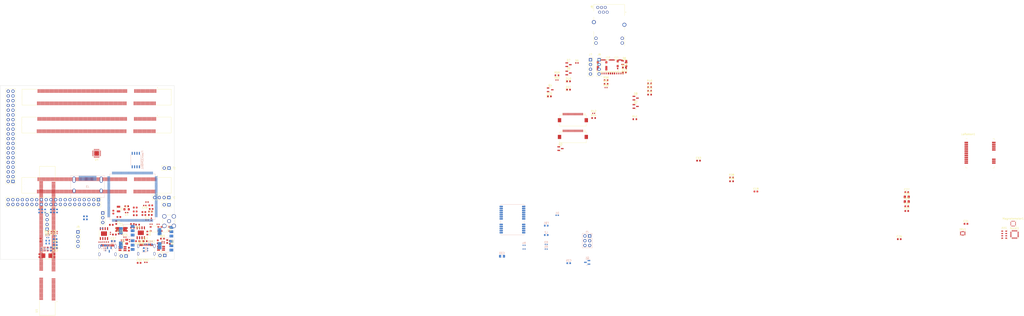
<source format=kicad_pcb>
(kicad_pcb (version 20221018) (generator pcbnew)
  (layers (0 "F.Cu" signal) (31 "B.Cu" signal) (34 "B.Paste" user) (35 "F.Paste" user) (36 "B.SilkS" user "B.Silkscreen") (37 "F.SilkS" user "F.Silkscreen") (38 "B.Mask" user) (39 "F.Mask" user) (44 "Edge.Cuts" user))
  (net 0 "")
  (net 1 "1CAM1_IO0")
  (net 2 "+1V8")
  (net 3 "Net-(1.8vReg1-VI)")
  (net 4 "VCC")
  (net 5 "Net-(1.8vReg2-VI)")
  (net 12 "CS1")
  (net 13 "SDI")
  (net 14 "Net-(Accel1-REGOUT)")
  (net 16 "+3V3")
  (net 22 "Net-(Accel1-CPOUT)")
  (net 25 "SCK")
  (net 26 "SDO")
  (net 27 "CS2")
  (net 28 "Net-(PowerMosfet1-S2)")
  (net 29 "Net-(PowerMosfet2-S2)")
  (net 30 "Net-(BATCharge1-Prog)")
  (net 31 "Vbus")
  (net 32 "Net-(BATCharge1-~{STDBY})")
  (net 33 "Net-(BATCharge1-~{CHRG})")
  (net 34 "Net-(BATCharge2-Prog)")
  (net 35 "+5V")
  (net 36 "Net-(BATCharge2-~{STDBY})")
  (net 37 "Net-(BATCharge2-~{CHRG})")
  (net 39 "Net-(BatProt1-Cout)")
  (net 40 "Net-(BatProt1-Dout)")
  (net 41 "Net-(BatProt1-BAT)")
  (net 42 "Net-(BatProt1-V-)")
  (net 44 "Net-(BatProt2-Cout)")
  (net 45 "Net-(BatProt2-Dout)")
  (net 46 "Net-(BatProt2-BAT)")
  (net 47 "Net-(BatProt2-V-)")
  (net 48 "Net-(MainMCU1-PC15)")
  (net 49 "Net-(MainMCU1-PH0)")
  (net 50 "Net-(MainMCU1-PC14)")
  (net 51 "Net-(MainMCU1-PH1)")
  (net 52 "Net-(C5-Pad2)")
  (net 53 "Net-(C6-Pad2)")
  (net 54 "Net-(MainMCU1-VDD33_USB)")
  (net 55 "Net-(MainMCU1-VDD50_USB)")
  (net 56 "Net-(MainMCU1-VCAPDSI)")
  (net 57 "Net-(GPS1-VCC)")
  (net 58 "+3.3V")
  (net 59 "+3.3VA")
  (net 60 "Net-(D10-K)")
  (net 61 "D+")
  (net 62 "D-")
  (net 63 "USB_D_P")
  (net 64 "USB_D_N")
  (net 66 "Net-(GPS1-TIMEPULSE)")
  (net 71 "GPSrst")
  (net 72 "Net-(GPS1-VCC_RF)")
  (net 73 "Net-(GPS1-RF_IN)")
  (net 78 "CS4")
  (net 84 "CS3")
  (net 85 "VDDSMPS")
  (net 86 "Net-(J1-Pin_2)")
  (net 87 "Net-(J2-Pin_2)")
  (net 88 "CS0")
  (net 89 "VDDA")
  (net 90 "Net-(MainMCU1-VLXSMPS)")
  (net 94 "u1Rx")
  (net 95 "u1Tx")
  (net 105 "SCL")
  (net 113 "DRDY")
  (net 114 "SDA")
  (net 117 "U1_TX")
  (net 118 "U1_RX")
  (net 119 "Net-(MainMCU1-VBAT)")
  (net 121 "MDC")
  (net 123 "REFCLK")
  (net 124 "MDIO")
  (net 129 "CRSDV")
  (net 130 "RXD1")
  (net 131 "RXD0")
  (net 133 "U2_RX")
  (net 136 "U2_TX")
  (net 137 "U0_RX")
  (net 140 "FIO_clk")
  (net 141 "U0_TX")
  (net 145 "~{Reset}")
  (net 146 "TXD0")
  (net 147 "TXD1")
  (net 148 "FIO0")
  (net 149 "FIO1")
  (net 150 "FIO2")
  (net 151 "FIO3")
  (net 152 "FIO_NCS")
  (net 153 "Net-(U2-USB_OTGID)")
  (net 154 "Net-(U3-USB_OTGID)")
  (net 155 "Net-(U5-USB_OTGID)")
  (net 169 "Sodimm_PIO33")
  (net 170 "Sodimm_PIO35")
  (net 171 "Sodimm_PIO37")
  (net 172 "Sodimm_PIO39")
  (net 173 "Sodimm_PIO43")
  (net 174 "PC_TX")
  (net 175 "PC_RX")
  (net 176 "SDMMC1_D0")
  (net 181 "SDMMC1_CK")
  (net 184 "SDMMC1_CMD")
  (net 190 "Sodimm_PIO45")
  (net 191 "E_PIO0")
  (net 194 "E_PIO1")
  (net 195 "E_PIO2")
  (net 200 "Net-(MainMCU1-BOOT0)")
  (net 203 "E_PIO3")
  (net 204 "E_PIO4")
  (net 209 "is_Charg")
  (net 210 "Net-(USB_C_ESP1-CC1)")
  (net 211 "Net-(USB_C_ESP1-CC2)")
  (net 212 "E_PIO5")
  (net 213 "E_PIO6")
  (net 214 "E_PIO7")
  (net 215 "E_PIO8")
  (net 216 "E_PIO9")
  (net 217 "/TX_P")
  (net 218 "/LED2")
  (net 219 "/TX_N")
  (net 220 "/RX_P")
  (net 221 "/RX_N")
  (net 222 "HDMI_SCL")
  (net 223 "HDMI_SDA")
  (net 224 "is_Charg1")
  (net 225 "Net-(C4-Pad2)")
  (net 227 "GPIO0")
  (net 228 "E_PIO10")
  (net 229 "GPIO1")
  (net 230 "E_PIO11")
  (net 231 "GPIO2")
  (net 232 "E_PIO12")
  (net 233 "GPIO3")
  (net 234 "E_PIO13")
  (net 235 "GPIO4")
  (net 236 "E_PIO14")
  (net 237 "GPIO5")
  (net 238 "E_PIO18")
  (net 239 "GPIO6")
  (net 240 "E_PIO15")
  (net 241 "GPIO7")
  (net 242 "E_PIO19")
  (net 243 "GPIO8")
  (net 244 "CD1_SDA")
  (net 245 "GPIO9")
  (net 246 "CD1_SCL")
  (net 247 "GPIO10")
  (net 248 "CAM1_IO1")
  (net 249 "GPIO11")
  (net 250 "CAM1_IO0")
  (net 251 "E_PIO16")
  (net 252 "E_PIO20")
  (net 253 "E_PIO17")
  (net 254 "Net-(J7-Pin_2)")
  (net 255 "GPIO12")
  (net 257 "GPIO13")
  (net 263 "GPIO16")
  (net 265 "GPIO17")
  (net 267 "GPIO18")
  (net 269 "GPIO19")
  (net 270 "1CD1_SDA")
  (net 271 "GPIO20")
  (net 272 "GPIO21")
  (net 273 "GPIO22")
  (net 274 "1CD1_SCL")
  (net 275 "GPIO23")
  (net 276 "1CAM1_IO1")
  (net 277 "GPIO24")
  (net 278 "GPIO25")
  (net 279 "GPIO26")
  (net 280 "GPIO27")
  (net 293 "HDMI_CLK_N")
  (net 295 "HDMI_CLK_P")
  (net 297 "HDMI_D0_N")
  (net 299 "HDMI_D0_P")
  (net 301 "HDMI_D1_N")
  (net 302 "HDMI_D1_P")
  (net 305 "HDMI_D2_N")
  (net 307 "HDMI_D2_P")
  (net 309 "CAM1_D3_P")
  (net 311 "CAM1_D3_N")
  (net 313 "CAM1_D2_P")
  (net 315 "CAM1_D2_N")
  (net 317 "CAM1_C_P")
  (net 319 "CAM1_C_N")
  (net 321 "CAM1_D1_P")
  (net 323 "CAM1_D1_N")
  (net 326 "CAM1_D0_P")
  (net 328 "CAM1_D0_N")
  (net 331 "1CAM1_D3_P")
  (net 332 "1CAM1_D3_N")
  (net 333 "1CAM1_D2_P")
  (net 334 "HDMI_CEC")
  (net 335 "1CAM1_D2_N")
  (net 336 "1CAM1_C_P")
  (net 337 "1CAM1_C_N")
  (net 339 "1CAM1_D1_P")
  (net 340 "1CAM1_D1_N")
  (net 341 "1CAM1_D0_P")
  (net 342 "1CAM1_D0_N")
  (net 345 "Net-(J9-Pin_2)")
  (net 349 "Net-(C20-Pad2)")
  (net 350 "Net-(D3-K)")
  (net 406 "Net-(BT1-+)")
  (net 407 "VBus")
  (net 408 "Net-(D13-K)")
  (net 409 "Net-(D14-K)")
  (net 410 "FlVCC")
  (net 411 "+BATT")
  (net 412 "Net-(U4-XTAL1{slash}CLKIN)")
  (net 413 "GPIO14")
  (net 414 "GPIO15")
  (net 415 "Net-(U4-XTAL2)")
  (net 416 "EMMC_EN_N_1V8")
  (net 417 "Net-(D15-K)")
  (net 418 "Net-(D15-A)")
  (net 419 "1EMMC_EN_N_1V8")
  (net 420 "/LED1")
  (net 421 "/TXEN")
  (net 422 "Sodimm_PIO32")
  (net 423 "Sodimm_PIO34")
  (net 424 "Sodimm_PIO36")
  (net 425 "Sodimm_PIO38")
  (net 426 "Sodimm_PIO40")
  (net 427 "Sodimm_PIO41")
  (net 428 "Sodimm_PIO42")
  (net 429 "Sodimm_PIO44")
  (net 430 "/~{RST}")
  (net 431 "USART1_RX")
  (net 432 "SWDIO")
  (net 433 "USART1_TX")
  (net 434 "SWclk")
  (net 435 "Net-(U4-VDDCR)")
  (net 436 "Net-(J8-RCT)")
  (net 437 "Net-(C49-Pad1)")
  (net 439 "Net-(D9-common)")
  (net 440 "Net-(D11-K)")
  (net 441 "Net-(D12-K)")
  (net 442 "Net-(D13-A)")
  (net 443 "Net-(D14-A)")
  (net 444 "Net-(J1-Pin_1)")
  (net 445 "Net-(J1-Pin_3)")
  (net 446 "Net-(J1-Pin_4)")
  (net 448 "Net-(J5-Pin_2)")
  (net 449 "Net-(J6-Pin_2)")
  (net 450 "Net-(J8-Pad13)")
  (net 451 "Net-(J8-Pad16)")
  (net 452 "Net-(J10-DAT2)")
  (net 453 "Net-(J10-CD{slash}DAT3)")
  (net 454 "Net-(J10-DAT1)")
  (net 457 "Net-(Q1-D)")
  (net 458 "Net-(Q4-B)")
  (net 459 "Net-(USB_C_ESP2-CC1)")
  (net 460 "Net-(USB_C_ESP2-CC2)")
  (net 461 "Net-(U1-USB_OTGID)")
  (net 462 "Net-(U4-RXER{slash}PHYAD0)")
  (net 463 "Net-(U4-RXD0{slash}MODE0)")
  (net 464 "Net-(U4-RXD1{slash}MODE1)")
  (net 465 "Net-(U4-CRS_DV{slash}MODE2)")
  (net 466 "Net-(U4-~{INT}{slash}REFCLKO)")
  (net 467 "Net-(U4-RBIAS)")
  (net 525 "HDMI_HPD_N_1V8")
  (footprint "Capacitor_SMD:C_0603_1608Metric" (layer "F.Cu") (at 163.45 112.1)
    (fp_text reference "C23")
    (fp_text value "100n")
  )
  (footprint "Connector_PinSocket_2.54mm:PinSocket_1x04_P2.54mm_Vertical" (layer "F.Cu") (at 140.9 111.155)
    (fp_text reference "J5")
    (fp_text value "Conn_01x04_Pin")
  )
  (footprint "Y!:Ethernet" (layer "F.Cu") (at 424.6575 0.3)
    (fp_text reference "J8")
    (fp_text value "L834-1G1T-91")
  )
  (footprint "Resistor_SMD:R_0603_1608Metric" (layer "F.Cu") (at 423.03 29.95)
    (fp_text reference "R56")
    (fp_text value "10K")
  )
  (footprint "Resistor_SMD:R_0603_1608Metric" (layer "F.Cu") (at 128.8 116.6 180)
    (fp_text reference "R23" hide)
    (fp_text value "100K" hide)
  )
  (footprint "sodimm:TE_2040910-1" (layer "F.Cu") (at 150.795 53.965 180)
    (fp_text reference "U5" hide)
    (fp_text value "~" hide)
  )
  (footprint "Connector_Coaxial:SMA_Amphenol_901-144_Vertical" (layer "F.Cu") (at 189.575 105.375 180)
    (fp_text reference "J12")
    (fp_text value "Conn_Coaxial")
  )
  (footprint "Package_DFN_QFN:HVQFN-24-1EP_4x4mm_P0.5mm_EP2.5x2.5mm" (layer "F.Cu") (at 150.845 69.115 180)
    (fp_text reference "U4")
    (fp_text value "LAN8742A")
  )
  (footprint "Capacitor_SMD:C_0603_1608Metric" (layer "F.Cu") (at 124.75 120.325 90)
    (fp_text reference "C45" hide)
    (fp_text value "0.022u" hide)
  )
  (footprint "Package_TO_SOT_SMD:SOT-23" (layer "F.Cu") (at 402.97 26.12)
    (fp_text reference "D9")
    (fp_text value "BAV99")
  )
  (footprint "Connector_USB:USB_C_Receptacle_G-Switch_GT-USB-7010ASV" (layer "F.Cu") (at 156.66 122.04)
    (fp_text reference "USB_C_ESP1" hide)
    (fp_text value "USB_C" hide)
  )
  (footprint "Package_LGA:LGA-8_3x5mm_P1.25mm" (layer "F.Cu") (at 635.73 112.6075)
    (fp_text reference "Alt1")
    (fp_text value "MS5611-01BA")
  )
  (footprint "Resistor_SMD:R_0402_1005Metric" (layer "F.Cu") (at 423.03 33.93)
    (fp_text reference "R58")
    (fp_text value "10")
  )
  (footprint "Capacitor_SMD:C_0603_1608Metric" (layer "F.Cu") (at 183.525 116.425 -90)
    (fp_text reference "C52" hide)
    (fp_text value "100n" hide)
  )
  (footprint "Package_TO_SOT_SMD:SOT-23" (layer "F.Cu") (at 438.8375 39.56)
    (fp_text reference "D8")
    (fp_text value "BAV99")
  )
  (footprint "Capacitor_SMD:C_0603_1608Metric" (layer "F.Cu") (at 583.66 89.9075)
    (fp_text reference "C27")
    (fp_text value "10p")
  )
  (footprint "Package_TO_SOT_SMD:SOT-23-3" (layer "F.Cu") (at 393.17 35.1)
    (fp_text reference "Q4")
    (fp_text value "BCV27")
  )
  (footprint "Resistor_SMD:R_0603_1608Metric" (layer "F.Cu") (at 177.975 111.75 -90)
    (fp_text reference "R49")
    (fp_text value "220R")
  )
  (footprint "Resistor_SMD:R_0603_1608Metric" (layer "F.Cu") (at 423.03 31.94)
    (fp_text reference "R57")
    (fp_text value "10K")
  )
  (footprint "Resistor_SMD:R_0402_1005Metric" (layer "F.Cu") (at 416.3875 47.7)
    (fp_text reference "R42")
    (fp_text value "2.2k")
  )
  (footprint "Resistor_SMD:R_0402_1005Metric" (layer "F.Cu") (at 396.79 29.87)
    (fp_text reference "R60")
    (fp_text value "2.2k")
  )
  (footprint "Resistor_SMD:R_0402_1005Metric" (layer "F.Cu") (at 125.05 111.425 90)
    (fp_text reference "R20")
    (fp_text value "2.2k")
  )
  (footprint "Resistor_SMD:R_0402_1005Metric" (layer "F.Cu") (at 154.7 116.55)
    (fp_text reference "R8" hide)
    (fp_text value "2.2k" hide)
  )
  (footprint "Resistor_SMD:R_0402_1005Metric" (layer "F.Cu") (at 128.8 118.2 180)
    (fp_text reference "R21")
    (fp_text value "2.2k")
  )
  (footprint "Capacitor_SMD:C_0603_1608Metric" (layer "F.Cu") (at 503.0775 89.51)
    (fp_text reference "C18")
    (fp_text value "100n")
  )
  (footprint "Connector_PinSocket_2.54mm:PinSocket_1x02_P2.54mm_Vertical" (layer "F.Cu") (at 189.54 77 -90)
    (fp_text reference "J2")
    (fp_text value "Conn_01x02_Pin")
  )
  (footprint "Resistor_SMD:R_0603_1608Metric" (layer "F.Cu") (at 396.79 27.36)
    (fp_text reference "R59")
    (fp_text value "10K")
  )
  (footprint "Capacitor_SMD:C_0603_1608Metric" (layer "F.Cu") (at 171.45 100.2)
    (fp_text reference "C14" hide)
    (fp_text value "100n" hide)
  )
  (footprint "Capacitor_SMD:C_0603_1608Metric" (layer "F.Cu") (at 179.8125 96.95 180)
    (fp_text reference "C11" hide)
    (fp_text value "100n" hide)
  )
  (footprint "Capacitor_SMD:C_0603_1608Metric" (layer "F.Cu") (at 179.55 102.05 180)
    (fp_text reference "C9" hide)
    (fp_text value "100n" hide)
  )
  (footprint "Capacitor_SMD:C_0603_1608Metric" (layer "F.Cu") (at 472.4225 73.02)
    (fp_text reference "C53")
    (fp_text value "100n")
  )
  (footprint "Package_TO_SOT_SMD:SOT-23" (layer "F.Cu") (at 432.82 20.59)
    (fp_text reference "D6")
    (fp_text value "BAV99")
  )
  (footprint "Resistor_SMD:R_0402_1005Metric" (layer "F.Cu") (at 179.975 107 180)
    (fp_text reference "R1" hide)
    (fp_text value "2.2k" hide)
  )
  (footprint "Capacitor_SMD:C_0603_1608Metric" (layer "F.Cu") (at 170.025 108.85 180)
    (fp_text reference "C20" hide)
    (fp_text value "4.7uF" hide)
  )
  (footprint "Capacitor_SMD:C_0603_1608Metric" (layer "F.Cu") (at 161.25 109.89 -90)
    (fp_text reference "C3" hide)
    (fp_text value "4.7uF" hide)
  )
  (footprint "Capacitor_SMD:C_0603_1608Metric" (layer "F.Cu") (at 167 109.84 -90)
    (fp_text reference "C1" hide)
    (fp_text value "20pF" hide)
  )
  (footprint "Capacitor_SMD:C_0603_1608Metric" (layer "F.Cu") (at 615.29 106.8175)
    (fp_text reference "C31")
    (fp_text value "100n")
  )
  (footprint "Capacitor_SMD:C_0402_1005Metric_Pad0.74x0.62mm_HandSolder" (layer "F.Cu") (at 177.17 127.44)
    (fp_text reference "C54")
    (fp_text value "2.2nF")
  )
  (footprint "Resistor_SMD:R_0603_1608Metric" (layer "F.Cu") (at 416.3875 50.21)
    (fp_text reference "R44")
    (fp_text value "49.9R")
  )
  (footprint "Sensor_Motion:InvenSense_QFN-24_4x4mm_P0.5mm" (layer "F.Cu") (at 641.23 112.5075)
    (fp_text reference "Accel1")
    (fp_text value "MPU-6050")
  )
  (footprint "Capacitor_SMD:C_0603_1608Metric" (layer "F.Cu") (at 166.9375 97.4 180)
    (fp_text reference "C16" hide)
    (fp_text value "100n" hide)
  )
  (footprint "Package_TO_SOT_SMD:SOT-23-6_Handsoldering" (layer "F.Cu") (at 164.715 120.05 180)
    (fp_text reference "PowerMosfet1" hide)
    (fp_text value "FS8205A" hide)
  )
  (footprint "Capacitor_SMD:C_0603_1608Metric" (layer "F.Cu") (at 128.3 123.8 -90)
    (fp_text reference "C38" hide)
    (fp_text value "100n" hide)
  )
  (footprint "LED_SMD:LED_0603_1608Metric" (layer "F.Cu") (at 402.97 35.02)
    (fp_text reference "D11")
    (fp_text value "led")
  )
  (footprint "Crystal:Crystal_SMD_3215-2Pin_3.2x1.5mm" (layer "F.Cu") (at 162.5625 98.9 -90)
    (fp_text reference "Y2")
    (fp_text value "32.768K")
  )
  (footprint "Inductor_SMD:L_0603_1608Metric" (layer "F.Cu") (at 120.9 115.45 90)
    (fp_text reference "L4" hide)
    (fp_text value "27nH" hide)
  )
  (footprint "Button_Switch_SMD:SW_SPST_PTS810" (layer "F.Cu") (at 181.8 109.55)
    (fp_text reference "SW1" hide)
    (fp_text value "SW_Push" hide)
  )
  (footprint "Capacitor_SMD:C_0603_1608Metric" (layer "F.Cu") (at 160.35 112.55)
    (fp_text reference "C19" hide)
    (fp_text value "100n" hide)
  )
  (footprint "Capacitor_SMD:C_0603_1608Metric" (layer "F.Cu") (at 176.125 102.1)
    (fp_text reference "C21" hide)
    (fp_text value "100n" hide)
  )
  (footprint "LED_SMD:LED_0603_1608Metric" (layer "F.Cu") (at 432.82 23.18)
    (fp_text reference "D13")
    (fp_text value "GREEN LED")
  )
  (footprint "Capacitor_SMD:C_0402_1005Metric_Pad0.74x0.62mm_HandSolder" (layer "F.Cu") (at 166.9125 100.8 180)
    (fp_text reference "C4")
    (fp_text value "2.2uF")
  )
  (footprint "Resistor_SMD:R_0603_1608Metric" (layer "F.Cu") (at 172.765 107.25 180)
    (fp_text reference "R50")
    (fp_text value "220R")
  )
  (footprint "Capacitor_SMD:C_0603_1608Metric" (layer "F.Cu") (at 583.66 97.4375)
    (fp_text reference "C30")
    (fp_text value "100n")
  )
  (footprint "Capacitor_SMD:C_0603_1608Metric" (layer "F.Cu") (at 120.3 123.825 -90)
    (fp_text reference "C39" hide)
    (fp_text value "470p" hide)
  )
  (footprint "Capacitor_SMD:C_0603_1608Metric" (layer "F.Cu") (at 188.575 116.275 90)
    (fp_text reference "C51" hide)
    (fp_text value "100n" hide)
  )
  (footprint "Connector_USB:USB_C_Receptacle_G-Switch_GT-USB-7010ASV" (layer "F.Cu") (at 177.4 121.75)
    (fp_text reference "USB_C_ESP2")
    (fp_text value "USB_C")
  )
  (footprint "Package_LGA:LGA-16_3x3mm_P0.5mm" (layer "F.Cu") (at 640.49 106.7175)
    (fp_text reference "Magnetometer1")
    (fp_text value "IST8308")
  )
  (footprint "Capacitor_SMD:C_0603_1608Metric" (layer "F.Cu") (at 162.7625 103.15 180)
    (fp_text reference "C2" hide)
    (fp_text value "20pF" hide)
  )
  (footprint "Resistor_SMD:R_0603_1608Metric" (layer "F.Cu") (at 490.0625 84.05)
    (fp_text reference "R39")
    (fp_text value "10K")
  )
  (footprint "Capacitor_SMD:C_0402_1005Metric_Pad0.74x0.62mm_HandSolder" (layer "F.Cu") (at 180.1 104.4 90)
    (fp_text reference "C6" hide)
    (fp_text value "2.2uF" hide)
  )
  (footprint "Connector_PinSocket_2.54mm:PinSocket_1x04_P2.54mm_Vertical" (layer "F.Cu") (at 124.4 109.678285 180)
    (fp_text reference "J6")
    (fp_text value "Conn_01x04_Pin")
  )
  (footprint "Resistor_SMD:R_0603_1608Metric" (layer "F.Cu") (at 438.3975 50.84)
    (fp_text reference "R41")
    (fp_text value "1K5")
  )
  (footprint "Inductor_SMD:L_0805_2012Metric_Pad1.05x1.20mm_HandSolder" (layer "F.Cu") (at 166.9 99.05)
    (fp_text reference "L1")
    (fp_text value "2.2uH")
  )
  (footprint "Resistor_SMD:R_0603_1608Metric_Pad0.98x0.95mm_HandSolder" (layer "F.Cu") (at 128.775 119.8 180)
    (fp_text reference "R22")
    (fp_text value "330")
  )
  (footprint "LED_SMD:LED_0603_1608Metric" (layer "F.Cu") (at 402.97 30.57)
    (fp_text reference "D10")
    (fp_text value "led")
  )
  (footprint "Package_SON:WSON-6_1.5x1.5mm_P0.5mm" (layer "F.Cu") (at 186.39 116.72)
    (fp_text reference "BatProt2" hide)
    (fp_text value "BQ297xy" hide)
  )
  (footprint "Resistor_SMD:R_0402_1005Metric" (layer "F.Cu") (at 168.45 115.85 -90)
    (fp_text reference "R14" hide)
    (fp_text value "2.2k" hide)
  )
  (footprint "Capacitor_SMD:C_0603_1608Metric" (layer "F.Cu") (at 176.125 100.51)
    (fp_text reference "C22" hide)
    (fp_text value "100n" hide)
  )
  (footprint "Diode_SMD:D_0402_1005Metric_Pad0.77x0.64mm_HandSolder" (layer "F.Cu") (at 407.46 20.74)
    (fp_text reference "D5")
    (fp_text value "0402ESDA-MLP1")
  )
  (footprint "Button_Switch_SMD:SW_SPST_PTS810" (layer "F.Cu") (at 187.625 109.575 180)
    (fp_text reference "SW2" hide)
    (fp_text value "SW_Push" hide)
  )
  (footprint "Connector_PinSocket_2.54mm:PinSocket_1x04_P2.54mm_Vertical" (layer "F.Cu") (at 414.7 19.03)
    (fp_text reference "J7")
    (fp_text value "Conn_01x04_Pin")
  )
  (footprint "Capacitor_SMD:C_0603_1608Metric" (layer "F.Cu") (at 159.75 116.05)
    (fp_text reference "C37")
    (fp_text value "10u")
  )
  (footprint "Resistor_SMD:R_0402_1005Metric" (layer "F.Cu") (at 156.7 116.55)
    (fp_text reference "R7" hide)
    (fp_text value "2.2k" hide)
  )
  (footprint "Capacitor_SMD:C_0603_1608Metric" (layer "F.Cu") (at 123.09 120.325 90)
    (fp_text reference "C43" hide)
    (fp_text value "10u" hide)
  )
  (footprint "Capacitor_SMD:C_0603_1608Metric" (layer "F.Cu") (at 159.8 100.55 -90)
    (fp_text reference "C17" hide)
    (fp_text value "100n" hide)
  )
  (footprint "Package_SO:HTSOP-8-1EP_3.9x4.9mm_P1.27mm_EP2.4x3.2mm" (layer "F.Cu") (at 174.475 111.6 90)
    (fp_text reference "BATCharge2" hide)
    (fp_text value "TP4056" hide)
  )
  (footprint "Package_LGA:LGA-14_3x2.5mm_P0.5mm_LayoutBorder3x4y" (layer "F.Cu") (at 613.56 111.9175)
    (fp_text reference "IMU1")
    (fp_text value "LSM6DSO32TR")
  )
  (footprint "RF_Module:RAK4200" (layer "F.Cu") (at 622.81 69.0175)
    (fp_text reference "LoRaWan1")
    (fp_text value "RAK4200")
  )
  (footprint "Capacitor_SMD:C_0402_1005Metric_Pad0.74x0.62mm_HandSolder" (layer "F.Cu") (at 177.825 104.75)
    (fp_text reference "C7")
    (fp_text value "2.2uF")
  )
  (footprint "Resistor_SMD:R_0402_1005Metric" (layer "F.Cu") (at 128.2 111.425 90)
    (fp_text reference "R17")
    (fp_text value "2.2k")
  )
  (footprint "Y!:Hirose_FH12-22S-0.5SH_1x22-1MP_P0.50mm_Horizontal" (layer "F.Cu") (at 405.3075 58.92)
    (fp_text reference "P2")
    (fp_text value "CAM1")
  )
  (footprint "Capacitor_SMD:C_0402_1005Metric_Pad0.74x0.62mm_HandSolder" (layer "F.Cu") (at 177.795 95.15 180)
    (fp_text reference "C5" hide)
    (fp_text value "2.2uF" hide)
  )
  (footprint "Resistor_SMD:R_0402_1005Metric" (layer "F.Cu") (at 129.75 111.425 90)
    (fp_text reference "R18")
    (fp_text value "2.2k")
  )
  (footprint "Connector_PinHeader_2.54mm:PinHeader_1x02_P2.54mm_Vertical" (layer "F.Cu") (at 166.59 124.05 -90)
    (fp_text reference "BAT1" hide)
    (fp_text value "DW02S" hide)
  )
  (footprint "Crystal:Crystal_SMD_5032-2Pin_5.0x3.2mm" (layer "F.Cu") (at 124.3 123.85 180)
    (fp_text reference "Y3" hide)
    (fp_text value "25M" hide)
  )
  (footprint "Capacitor_SMD:C_0603_1608Metric" (layer "F.Cu") (at 173.56 127.71)
    (fp_text reference "C55")
    (fp_text value "100n")
  )
  (footprint "Connector_PinHeader_2.54mm:PinHeader_2x20_P2.54mm_Vertical" (layer "F.Cu") (at 151.86 93.9 -90)
    (fp_text reference "P4" hide)
    (fp_text value "CONN_02X20" hide)
  )
  (footprint "Package_SON:WSON-6_1.5x1.5mm_P0.5mm" (layer "F.Cu") (at 164.7 115.88)
    (fp_text reference "BatProt1" hide)
    (fp_text value "BQ297xy" hide)
  )
  (footprint "Connector_PinSocket_2.54mm:PinSocket_1x04_P2.54mm_Vertical" (layer "F.Cu") (at 419.3 19.03)
    (fp_text reference "J9")
    (fp_text value "Conn_01x04_Pin")
  )
  (footprint "Capacitor_SMD:C_0603_1608Metric" (layer "F.Cu") (at 170 106.95 180)
    (fp_text reference "C12" hide)
    (fp_text value "100n" hide)
  )
  (footprint "Y!:105162-0001 SD" (layer "F.Cu") (at 428.5 19.03)
    (fp_text reference "J11")
    (fp_text value "Y!:105162-0001 SD")
  )
  (footprint "Capacitor_SMD:C_0603_1608Metric" (layer "F.Cu") (at 158.725 107.35)
    (fp_text reference "C8" hide)
    (fp_text value "100n" hide)
  )
  (footprint "Resistor_SMD:R_0402_1005Metric" (layer "F.Cu") (at 126.62 111.425 90)
    (fp_text reference "R19")
    (fp_text value "2.2k")
  )
  (footprint "Resistor_SMD:R_0402_1005Metric" (layer "F.Cu") (at 128.8 115 180)
    (fp_text reference "R24")
    (fp_text value "2.2k")
  )
  (footprint "Resistor_SMD:R_0603_1608Metric" (layer "F.Cu") (at 446.2875 31.71)
    (fp_text reference "R40")
    (fp_text value "10K")
  )
  (footprint "Resistor_SMD:R_0402_1005Metric" (layer "F.Cu") (at 158.25 111.9 -90)
    (fp_text reference "R9" hide)
    (fp_text value "2.2k" hide)
  )
  (footprint "Package_SO:HTSOP-8-1EP_3.9x4.9mm_P1.27mm_EP2.4x3.2mm" (layer "F.Cu") (at 154.8 112.05 90)
    (fp_text reference "BATCharge1" hide)
    (fp_text value "TP4056" hide)
  )
  (footprint "Connector_PinSocket_2.54mm:PinSocket_1x03_P2.54mm_Vertical" (layer "F.Cu") (at 154.15 101.01)
    (fp_text reference "SW3" hide)
    (fp_text value "SW_Push_SPDT" hide)
  )
  (footprint "Capacitor_SMD:C_0402_1005Metric_Pad0.74x0.62mm_HandSolder" (layer "F.Cu") (at 176.575 97 180)
    (fp_text reference "C49")
    (fp_text value "10nF")
  )
  (footprint "Y!:Hirose_FH12-22S-0.5SH_1x22-1MP_P0.50mm_Horizontal" (layer "F.Cu") (at 405.3075 49.97)
    (fp_text reference "P1")
    (fp_text value "CAM1")
  )
  (footprint "Capacitor_SMD:C_0603_1608Metric" (layer "F.Cu") (at 126.34 120.325 90)
    (fp_text reference "C46" hide)
    (fp_text value "100n" hide)
  )
  (footprint "Resistor_SMD:R_0603_1608Metric" (layer "F.Cu") (at 176.815 116.1)
    (fp_text reference "R53")
    (fp_text value "10K")
  )
  (footprint "LED_SMD:LED_0603_1608Metric" (layer "F.Cu") (at 392.77 38.62)
    (fp_text reference "D15")
    (fp_text value "led")
  )
  (footprint "Resistor_SMD:R_0603_1608Metric" (layer "F.Cu") (at 172.735 116.1 180)
    (fp_text reference "R47")
    (fp_text value "49.9R")
  )
  (footprint "Connector_PinHeader_2.54mm:PinHeader_1x02_P2.54mm_Vertical" (layer "F.Cu") (at 187.275 123.75 -90)
    (fp_text reference "BAT2" hide)
    (fp_text value "DW02S" hide)
  )
  (footprint "Connector_PinSocket_2.54mm:PinSocket_1x02_P2.54mm_Vertical" (layer "F.Cu") (at 189.525 96.61 -90)
    (fp_text reference "BT1" hide)
    (fp_text value "Battery" hide)
  )
  (footprint "Capacitor_SMD:C_0603_1608Metric" (layer "F.Cu") (at 579.65 115.0075)
    (fp_text reference "C26")
    (fp_text value "10p")
  )
  (footprint "Connector_PinHeader_2.54mm:PinHeader_2x20_P2.54mm_Vertical" (layer "F.Cu") (at 106.19 84.1 180)
    (fp_text reference "P3" hide)
    (fp_text value "CONN_02X20" hide)
  )
  (footprint "Capacitor_SMD:C_0805_2012Metric_Pad1.18x1.45mm_HandSolder" (layer "F.Cu") (at 583.66 94.9275)
    (fp_text reference "C29")
    (fp_text value "22uF")
  )
  (footprint "Y!:105162-0001 SD" (layer "F.Cu") (at 423.9 19.03)
    (fp_text reference "J10")
    (fp_text value "105162-0001")
  )
  (footprint "Capacitor_SMD:C_0805_2012Metric_Pad1.18x1.45mm_HandSolder" (layer "F.Cu") (at 583.66 92.4175)
    (fp_text reference "C28")
    (fp_text value "22uF")
  )
  (footprint "sodimm:TE_2040910-1" (layer "F.Cu") (at 150.845 86.24 180)
    (fp_text reference "U3" hide)
    (fp_text value "~" hide)
  )
  (footprint "Capacitor_SMD:C_0603_1608Metric" (layer "F.Cu") (at 171.5 102.2)
    (fp_text reference "C15" hide)
    (fp_text value "100n" hide)
  )
  (footprint "Inductor_SMD:L_0603_1608Metric" (layer "F.Cu") (at 161.35 106.1 -90)
    (fp_text reference "L3")
    (fp_text value "ferrite")
  )
  (footprint "Package_TO_SOT_SMD:SOT-23" (layer "F.Cu") (at 438.8375 44.01)
    (fp_text reference "Q2")
    (fp_text value "2N7002P.215")
  )
  (footprint "Resistor_SMD:R_0603_1608Metric" (layer "F.Cu") (at 446.2875 35.69)
    (fp_text reference "R45")
    (fp_text value "10K")
  )
  (footprint "Resistor_SMD:R_0402_1005Metric" (layer "F.Cu") (at 183.725 107.05 180)
    (fp_text reference "R2" hide)
    (fp_text value "2.2k" hide)
  )
  (footprint "Capacitor_SMD:C_0603_1608Metric" (layer "F.Cu") (at 171.475 98.1)
    (fp_text reference "C13" hide)
    (fp_text value "100n" hide)
  )
  (footprint "Resistor_SMD:R_0402_1005Metric" (layer "F.Cu") (at 166 113.95)
    (fp_text reference "R15")
    (fp_text value "2.2k")
  )
  (footprint "Resistor_SMD:R_0603_1608Metric" (layer "F.Cu") (at 446.2875 33.7)
    (fp_text reference "R43")
    (fp_text value "12.1K 1%")
  )
  (footprint "Package_TO_SOT_SMD:SOT-23" (layer "F.Cu") (at 398.6775 66.57)
    (fp_text reference "Q3")
    (fp_text value "2N7002P.215")
  )
  (footprint "Package_TO_SOT_SMD:SOT-23-6_Handsoldering" (layer "F.Cu") (at 185.275 119.9 180)
    (fp_text reference "PowerMosfet2" hide)
    (fp_text value "FS8205A" hide)
  )
  (footprint "Resistor_SMD:R_0603_1608Metric" (layer "F.Cu") (at 186.025 114.75)
    (fp_text reference "R55")
    (fp_text value "10K")
  )
  (footprint "Resistor_SMD:R_0603_1608Metric" (layer "F.Cu") (at 189.975 116.725 -90)
    (fp_text reference "R54")
    (fp_text value "10K")
  )
  (footprint "LED_SMD:LED_0603_1608Metric" (layer "F.Cu") (at 432.82 25.77)
    (fp_text reference "D14")
    (fp_text value "GREEN LED")
  )
  (footprint "Connector_PinSocket_2.54mm:PinSocket_1x04_P2.54mm_Vertical" (layer "F.Cu") (at 189.475 92.76 -90)
    (fp_text reference "J1")
    (fp_text value "Conn_01x04_Pin")
  )
  (footprint "Resistor_SMD:R_0603_1608Metric" (layer "F.Cu") (at 174.775 116.1 180)
    (fp_text reference "R48")
    (fp_text value "49.9R")
  )
  (footprint "Resistor_SMD:R_0402_1005Metric" (layer "F.Cu") (at 152.69 116.6)
    (fp_text reference "R13" hide)
    (fp_text value "47k" hide)
  )
  (footprint "Capacitor_SMD:C_0603_1608Metric" (layer "F.Cu") (at 583.66 99.9475)
    (fp_text reference "C32")
    (fp_text value "10u")
  )
  (footprint "Capacitor_SMD:C_0603_1608Metric" (layer "F.Cu") (at 168.115 120.375 90)
    (fp_text reference "C35" hide)
    (fp_text value "10p" hide)
  )
  (footprint "Resistor_SMD:R_0603_1608Metric" (layer "F.Cu") (at 446.2875 37.68)
    (fp_text reference "R46")
    (fp_text value "49.9R")
  )
  (footprint "Capacitor_SMD:C_0805_2012Metric_Pad1.18x1.45mm_HandSolder" (layer "F.Cu") (at 166.95 116.35 90)
    (fp_text reference "C34")
    (fp_text value "22uF")
  )
  (footprint "Resistor_SMD:R_0603_1608Metric" (layer "F.Cu") (at 490.0625 82.06)
    (fp_text reference "R38")
    (fp_text value "10K")
  )
  (footprint "Package_TO_SOT_SMD:SOT-23" (layer "F.Cu") (at 402.97 21.67)
    (fp_text reference "D7")
    (fp_text value "BAV99")
  )
  (footprint "sodimm:TE_2040910-1" (layer "F.Cu") (at 150.9 39.05 180)
    (fp_text reference "U2" hide)
    (fp_text value "~" hide)
  )
  (footprint "Crystal:Crystal_SMD_5032-2Pin_5.0x3.2mm" (layer "F.Cu") (at 164.15 109.75)
    (fp_text reference "Y1")
    (fp_text value "8MHz")
  )
  (footprint "Capacitor_SMD:C_0603_1608Metric" (layer "F.Cu") (at 179.575 100.25 180)
    (fp_text reference "C10" hide)
    (fp_text value "100n" hide)
  )
  (footprint "Capacitor_SMD:C_0603_1608Metric" (layer "F.Cu") (at 180.0075 98.85 180)
    (fp_text reference "C24")
    (fp_text value "10u")
  )
  (footprint "sodimm:TE_2040910-1" (layer "F.Cu") (at 124.545 115.9375 90)
    (fp_text reference "U1")
    (fp_text value "~")
  )
  (footprint "Inductor_SMD:L_0603_1608Metric" (layer "B.Cu") (at 391.053334 107.79 180)
    (fp_text reference "FB1")
    (fp_text value "FerriteBead")
  )
  (footprint "Resistor_SMD:R_0603_1608Metric" (layer "B.Cu") (at 126.45 120.3 -90)
    (fp_text reference "R31" hide)
    (fp_text value "1K" hide)
  )
  (footprint "Resistor_SMD:R_0402_1005Metric" (layer "B.Cu") (at 391.053334 120.34 180)
    (fp_text reference "R5")
    (fp_text value "2.2k")
  )
  (footprint "Diode_SMD:D_0402_1005Metric_Pad0.77x0.64mm_HandSolder" (layer "B.Cu") (at 155.65 120.55 -90)
    (fp_text reference "D2" hide)
    (fp_text value "0402ESDA-MLP1" hide)
  )
  (footprint "Resistor_SMD:R_0603_1608Metric" (layer "B.Cu") (at 124.775 115.8 180)
    (fp_text reference "R30" hide)
    (fp_text value "100K" hide)
  )
  (footprint "Resistor_SMD:R_0402_1005Metric" (layer "B.Cu") (at 123.05 120.35 -90)
    (fp_text reference "R27")
    (fp_text value "47.5k")
  )
  (footprint "Resistor_SMD:R_0402_1005Metric" (layer "B.Cu") (at 153.4 109.25)
    (fp_text reference "R10" hide)
    (fp_text value "2.2k" hide)
  )
  (footprint "Capacitor_SMD:C_0603_1608Metric" (layer "B.Cu") (at 126.46 99.925 -90)
    (fp_text reference "C50" hide)
    (fp_text value "100n" hide)
  )
  (footprint "Resistor_SMD:R_0603_1608Metric" (layer "B.Cu") (at 124.775 117.35 180)
    (fp_text reference "R29" hide)
    (fp_text value "1K" hide)
  )
  (footprint "Resistor_SMD:R_0402_1005Metric" (layer "B.Cu") (at 379.233334 118.3 180)
    (fp_text reference "R4")
    (fp_text value "47k")
  )
  (footprint "Resistor_SMD:R_0402_1005Metric" (layer "B.Cu") (at 379.233334 120.29 180)
    (fp_text reference "R6" hide)
    (fp_text value "2.2k" hide)
  )
  (footprint "Capacitor_SMD:C_0603_1608Metric" (layer "B.Cu") (at 144.884 104.425 180)
    (fp_text reference "C48" hide)
    (fp_text value "100n" hide)
  )
  (footprint "Y!:HDMI_MOLEX_471510001" (layer "B.Cu") (at 146.05 82.421715 180)
    (fp_text reference "J3")
    (fp_text value "2001-1-2-21-00-BK")
  )
  (footprint "Package_SO:SOIC-8_5.23x5.23mm_P1.27mm" (layer "B.Cu") (at 171.8 72.7 90)
    (fp_text reference "Flash32MBit1")
    (fp_text value "IS25LP032D")
  )
  (footprint "Diode_SMD:D_0402_1005Metric_Pad0.77x0.64mm_HandSolder" (layer "B.Cu") (at 178.075 120.58 90)
    (fp_text reference "D4" hide)
    (fp_text value "0402ESDA-MLP1" hide)
  )
  (footprint "Resistor_SMD:R_0603_1608Metric" (layer "B.Cu") (at 129.7 99.925 -90)
    (fp_text reference "R33" hide)
    (fp_text value "10K" hide)
  )
  (footprint "Capacitor_SMD:C_0603_1608Metric" (layer "B.Cu") (at 128 118.95 90)
    (fp_text reference "C44" hide)
    (fp_text value "0.022u" hide)
  )
  (footprint "Resistor_SMD:R_0402_1005Metric" (layer "B.Cu") (at 128.775 113.25 180)
    (fp_text reference "R16")
    (fp_text value "2.2k")
  )
  (footprint "Resistor_SMD:R_0603_1608Metric" (layer "B.Cu") (at 179.635 117.85 180)
    (fp_text reference "R52")
    (fp_text value "10K")
  )
  (footprint "Diode_SMD:D_0402_1005Metric_Pad0.77x0.64mm_HandSolder" (layer "B.Cu") (at 396.925834 102.25 180)
    (fp_text reference "D1")
    (fp_text value "0402ESDA-MLP1")
  )
  (footprint "Capacitor_SMD:C_0603_1608Metric" (layer "B.Cu") (at 159.7375 116.05)
    (fp_text reference "C36")
    (fp_text value "10p")
  )
  (footprint "Package_TO_SOT_SMD:SOT-223-3_TabPin2" (layer "B.Cu") (at 166.95 118.2 180)
    (fp_text reference "1.8vReg1" hide)
    (fp_text value "LD1117S18TR_SOT223" hide)
  )
  (footprint "Inductor_SMD:L_0603_1608Metric" (layer "B.Cu") (at 391.053334 112.81 180)
    (fp_text reference "L2")
    (fp_text value "ferrite")
  )
  (footprint "Resistor_SMD:R_0402_1005Metric" (layer "B.Cu") (at 176.865 117.7 180)
    (fp_text reference "R51" hide)
    (fp_text value "2.2k" hide)
  )
  (footprint "Capacitor_SMD:C_0603_1608Metric" (layer "B.Cu") (at 144.884 102.815 180)
    (fp_text reference "C47" hide)
    (fp_text value "100n" hide)
  )
  (footprint "Resistor_SMD:R_0402_1005Metric" (layer "B.Cu") (at 124.75 114.2 180)
    (fp_text reference "R26")
    (fp_text value "47.5k")
  )
  (footprint "Capacitor_SMD:C_0603_1608Metric" (layer "B.Cu") (at 129.6 118.95 90)
    (fp_text reference "C42" hide)
    (fp_text value "100n" hide)
  )
  (footprint "Resistor_SMD:R_0603_1608Metric" (layer "B.Cu") (at 128.11 99.925 -90)
    (fp_text reference "R34" hide)
    (fp_text value "10K" hide)
  )
  (footprint "Package_TO_SOT_SMD:SOT-223-3_TabPin2" (layer "B.Cu") (at 187.65 111.05 180)
    (fp_text reference "VoltReg2" hide)
    (fp_text value "AMS1117CD-3.3" hide)
  )
  (footprint "Resistor_SMD:R_0402_1005Metric" (layer "B.Cu") (at 391.053334 117.83 180)
    (fp_text reference "R3")
    (fp_text value "47k")
  )
  (footprint "RF_GPS:ublox_NEO" (layer "B.Cu") (at 373.013334 104.55 180)
    (fp_text reference "GPS1" hide)
    (fp_text value "NEO-M8N" hide)
  )
  (footprint "LED_SMD:LED_0603_1608Metric" (layer "B.Cu") (at 176.085 120.58 90)
    (fp_text reference "D12")
    (fp_text value "led")
  )
  (footprint "Capacitor_SMD:C_0805_2012Metric_Pad1.18x1.45mm_HandSolder" (layer "B.Cu") (at 367.443334 124.16 180)
    (fp_text reference "C33")
    (fp_text value "22uF")
  )
  (footprint "Package_TO_SOT_SMD:SOT-223-3_TabPin2" (layer "B.Cu") (at 187.65 118.55 180)
    (fp_text reference "1.8vReg2" hide)
    (fp_text value "LD1117S18TR_SOT223" hide)
  )
  (footprint "Connector_PinHeader_2.54mm:PinHeader_2x03_P2.54mm_Vertical" (layer "B.Cu") (at 414.253334 113.31 180)
    (fp_text reference "J4")
    (fp_text value "Conn_02x03_Odd_Even")
  )
  (footprint "Resistor_SMD:R_0402_1005Metric" (layer "B.Cu") (at 124.75 120.325 -90)
    (fp_text reference "R32")
    (fp_text value "2.2k")
  )
  (footprint "Resistor_SMD:R_0603_1608Metric" (layer "B.Cu") (at 120.16 99.95 -90)
    (fp_text reference "R37" hide)
    (fp_text value "10K" hide)
  )
  (footprint "Package_TO_SOT_SMD:SOT-23" (layer "B.Cu") (at 157.64 120.55 -90)
    (fp_text reference "D3")
    (fp_text value "BAT54")
  )
  (footprint "Capacitor_SMD:C_0603_1608Metric" (layer "B.Cu") (at 403.083334 127.87 180)
    (fp_text reference "C25")
    (fp_text value "100n")
  )
  (footprint "Resistor_SMD:R_0603_1608Metric" (layer "B.Cu") (at 121.76 99.95 -90)
    (fp_text reference "R36" hide)
    (fp_text value "10K" hide)
  )
  (footprint "Package_QFP:LQFP-176_24x24mm_P0.5mm" (layer "B.Cu") (at 170.025 92.3)
    (fp_text reference "MainMCU1" hide)
    (fp_text value "STM32H747IITx" hide)
  )
  (footprint "Capacitor_SMD:C_0603_1608Metric" (layer "B.Cu") (at 128.75 115 180)
    (fp_text reference "C40" hide)
    (fp_text value "100n" hide)
  )
  (footprint "Package_TO_SOT_SMD:SOT-223-3_TabPin2" (layer "B.Cu") (at 166.95 110.5 180)
    (fp_text reference "VoltReg1" hide)
    (fp_text value "AMS1117CD-3.3" hide)
  )
  (footprint "Resistor_SMD:R_0603_1608Metric" (layer "B.Cu") (at 123.38 99.95 -90)
    (fp_text reference "R35" hide)
    (fp_text value "10K" hide)
  )
  (footprint "Package_TO_SOT_SMD:SOT-23" (layer "B.Cu") (at 412.923334 127.43 180)
    (fp_text reference "Q1")
    (fp_text value "2N7002P.215")
  )
  (footprint "Resistor_SMD:R_0402_1005Metric" (layer "B.Cu") (at 121.35 120.35 90)
    (fp_text reference "R25")
    (fp_text value "47.5k")
  )
  (footprint "Resistor_SMD:R_0402_1005Metric" (layer "B.Cu") (at 156.64 118.4)
    (fp_text reference "R12" hide)
    (fp_text value "47k" hide)
  )
  (footprint "Capacitor_SMD:C_0603_1608Metric" (layer "B.Cu") (at 128.75 116.61 180)
    (fp_text reference "C41" hide)
    (fp_text value "1u" hide)
  )
  (footprint "Resistor_SMD:R_0603_1608Metric_Pad0.98x0.95mm_HandSolder" (layer "B.Cu") (at 154.44 118.4)
    (fp_text reference "R11")
    (fp_text value "330")
  )
  (footprint "Resistor_SMD:R_0603_1608Metric" (layer "B.Cu") (at 124.75 112.55 180)
    (fp_text reference "R28" hide)
    (fp_text value "100K" hide)
  )
  (gr_rect (start 99.3 32.85) (end 192.3 125.85) (stroke (width 0.1)) (fill none) (layer "Edge.Cuts"))
)
</source>
